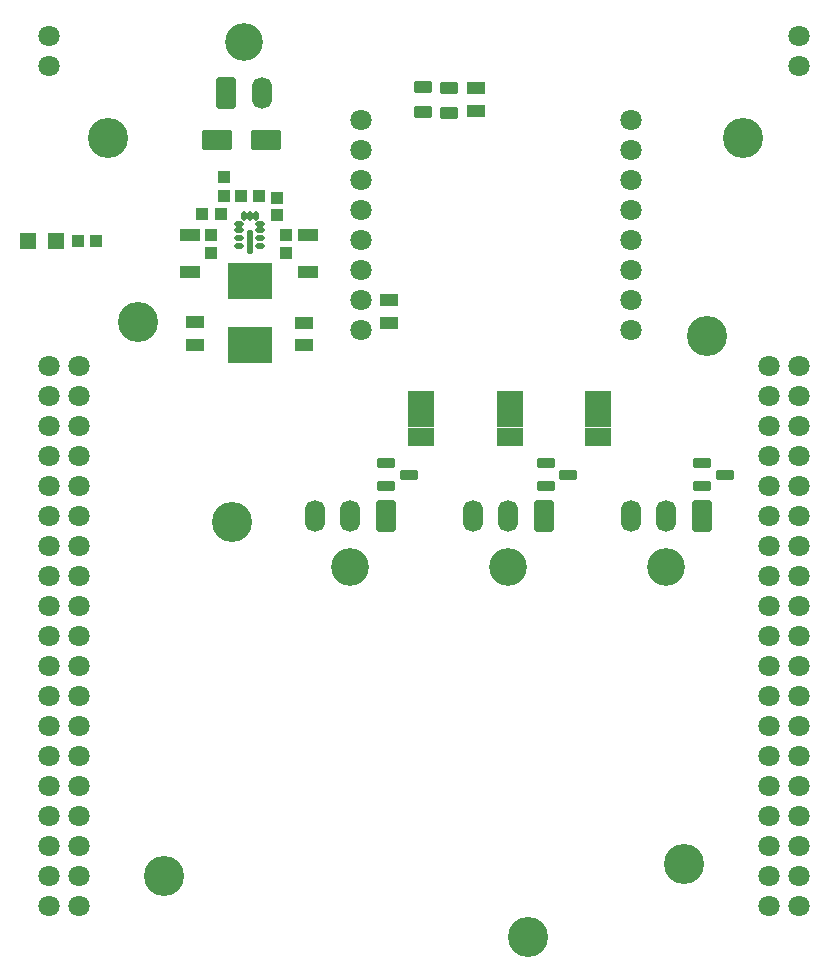
<source format=gbr>
%TF.GenerationSoftware,Altium Limited,Altium Designer,20.1.14 (287)*%
G04 Layer_Color=32768*
%FSLAX44Y44*%
%MOMM*%
%TF.SameCoordinates,63771276-D6CB-4F8E-99AF-54020A414098*%
%TF.FilePolarity,Negative*%
%TF.FileFunction,Soldermask,Top*%
%TF.Part,Single*%
G01*
G75*
%TA.AperFunction,ComponentPad*%
%ADD40C,3.2000*%
%ADD41O,1.7000X2.7000*%
G04:AMPARAMS|DCode=42|XSize=2.7mm|YSize=1.7mm|CornerRadius=0.25mm|HoleSize=0mm|Usage=FLASHONLY|Rotation=270.000|XOffset=0mm|YOffset=0mm|HoleType=Round|Shape=RoundedRectangle|*
%AMROUNDEDRECTD42*
21,1,2.7000,1.2000,0,0,270.0*
21,1,2.2000,1.7000,0,0,270.0*
1,1,0.5000,-0.6000,-1.1000*
1,1,0.5000,-0.6000,1.1000*
1,1,0.5000,0.6000,1.1000*
1,1,0.5000,0.6000,-1.1000*
%
%ADD42ROUNDEDRECTD42*%
%ADD43C,1.8000*%
%TA.AperFunction,WasherPad*%
%ADD44C,3.4000*%
%TA.AperFunction,SMDPad,CuDef*%
%ADD54R,1.0000X1.0000*%
%ADD55R,1.8000X1.1000*%
G04:AMPARAMS|DCode=56|XSize=0.45mm|YSize=0.8mm|CornerRadius=0.125mm|HoleSize=0mm|Usage=FLASHONLY|Rotation=270.000|XOffset=0mm|YOffset=0mm|HoleType=Round|Shape=RoundedRectangle|*
%AMROUNDEDRECTD56*
21,1,0.4500,0.5500,0,0,270.0*
21,1,0.2000,0.8000,0,0,270.0*
1,1,0.2500,-0.2750,-0.1000*
1,1,0.2500,-0.2750,0.1000*
1,1,0.2500,0.2750,0.1000*
1,1,0.2500,0.2750,-0.1000*
%
%ADD56ROUNDEDRECTD56*%
G04:AMPARAMS|DCode=57|XSize=0.45mm|YSize=2.025mm|CornerRadius=0.125mm|HoleSize=0mm|Usage=FLASHONLY|Rotation=180.000|XOffset=0mm|YOffset=0mm|HoleType=Round|Shape=RoundedRectangle|*
%AMROUNDEDRECTD57*
21,1,0.4500,1.7750,0,0,180.0*
21,1,0.2000,2.0250,0,0,180.0*
1,1,0.2500,-0.1000,0.8875*
1,1,0.2500,0.1000,0.8875*
1,1,0.2500,0.1000,-0.8875*
1,1,0.2500,-0.1000,-0.8875*
%
%ADD57ROUNDEDRECTD57*%
G04:AMPARAMS|DCode=58|XSize=0.45mm|YSize=0.8mm|CornerRadius=0.125mm|HoleSize=0mm|Usage=FLASHONLY|Rotation=180.000|XOffset=0mm|YOffset=0mm|HoleType=Round|Shape=RoundedRectangle|*
%AMROUNDEDRECTD58*
21,1,0.4500,0.5500,0,0,180.0*
21,1,0.2000,0.8000,0,0,180.0*
1,1,0.2500,-0.1000,0.2750*
1,1,0.2500,0.1000,0.2750*
1,1,0.2500,0.1000,-0.2750*
1,1,0.2500,-0.1000,-0.2750*
%
%ADD58ROUNDEDRECTD58*%
G04:AMPARAMS|DCode=59|XSize=1.5mm|YSize=1.1mm|CornerRadius=0.19mm|HoleSize=0mm|Usage=FLASHONLY|Rotation=0.000|XOffset=0mm|YOffset=0mm|HoleType=Round|Shape=RoundedRectangle|*
%AMROUNDEDRECTD59*
21,1,1.5000,0.7200,0,0,0.0*
21,1,1.1200,1.1000,0,0,0.0*
1,1,0.3800,0.5600,-0.3600*
1,1,0.3800,-0.5600,-0.3600*
1,1,0.3800,-0.5600,0.3600*
1,1,0.3800,0.5600,0.3600*
%
%ADD59ROUNDEDRECTD59*%
%ADD60R,1.5000X1.1000*%
G04:AMPARAMS|DCode=61|XSize=0.8mm|YSize=1.6mm|CornerRadius=0.16mm|HoleSize=0mm|Usage=FLASHONLY|Rotation=90.000|XOffset=0mm|YOffset=0mm|HoleType=Round|Shape=RoundedRectangle|*
%AMROUNDEDRECTD61*
21,1,0.8000,1.2800,0,0,90.0*
21,1,0.4800,1.6000,0,0,90.0*
1,1,0.3200,0.6400,0.2400*
1,1,0.3200,0.6400,-0.2400*
1,1,0.3200,-0.6400,-0.2400*
1,1,0.3200,-0.6400,0.2400*
%
%ADD61ROUNDEDRECTD61*%
G04:AMPARAMS|DCode=62|XSize=1.75mm|YSize=2.55mm|CornerRadius=0.255mm|HoleSize=0mm|Usage=FLASHONLY|Rotation=270.000|XOffset=0mm|YOffset=0mm|HoleType=Round|Shape=RoundedRectangle|*
%AMROUNDEDRECTD62*
21,1,1.7500,2.0400,0,0,270.0*
21,1,1.2400,2.5500,0,0,270.0*
1,1,0.5100,-1.0200,-0.6200*
1,1,0.5100,-1.0200,0.6200*
1,1,0.5100,1.0200,0.6200*
1,1,0.5100,1.0200,-0.6200*
%
%ADD62ROUNDEDRECTD62*%
%ADD63R,2.2000X1.5000*%
%ADD64R,1.0000X1.0000*%
%ADD65R,1.4000X1.4500*%
%ADD66R,3.7000X3.1500*%
D40*
X255000Y287000D02*
D03*
X388833D02*
D03*
X522667D02*
D03*
X164999Y731203D02*
D03*
D41*
X224999Y330203D02*
D03*
X254999D02*
D03*
X358833D02*
D03*
X388833D02*
D03*
X492666D02*
D03*
X522666D02*
D03*
X180000Y688000D02*
D03*
D42*
X284999Y330203D02*
D03*
X418833D02*
D03*
X552666D02*
D03*
X150000Y688000D02*
D03*
D43*
X492500Y665000D02*
D03*
Y639600D02*
D03*
Y614200D02*
D03*
Y588800D02*
D03*
Y563400D02*
D03*
Y538000D02*
D03*
Y512600D02*
D03*
Y487200D02*
D03*
X263900D02*
D03*
Y512600D02*
D03*
Y538000D02*
D03*
Y563400D02*
D03*
Y588800D02*
D03*
Y614200D02*
D03*
Y665000D02*
D03*
Y639600D02*
D03*
X-400Y711200D02*
D03*
Y736600D02*
D03*
X634600Y711200D02*
D03*
Y736600D02*
D03*
X609200Y0D02*
D03*
X634600Y457200D02*
D03*
Y431800D02*
D03*
Y406400D02*
D03*
Y381000D02*
D03*
Y355600D02*
D03*
Y330200D02*
D03*
Y304800D02*
D03*
Y279400D02*
D03*
Y254000D02*
D03*
Y228600D02*
D03*
Y203200D02*
D03*
Y177800D02*
D03*
Y152400D02*
D03*
Y127000D02*
D03*
Y101600D02*
D03*
Y76200D02*
D03*
Y50800D02*
D03*
Y25400D02*
D03*
Y0D02*
D03*
X609200Y457200D02*
D03*
Y431800D02*
D03*
Y406400D02*
D03*
Y381000D02*
D03*
Y355600D02*
D03*
Y330200D02*
D03*
Y304800D02*
D03*
Y279400D02*
D03*
Y254000D02*
D03*
Y228600D02*
D03*
Y203200D02*
D03*
Y177800D02*
D03*
Y152400D02*
D03*
Y127000D02*
D03*
Y101600D02*
D03*
Y76200D02*
D03*
Y50800D02*
D03*
Y25400D02*
D03*
X25000Y457200D02*
D03*
Y431800D02*
D03*
Y406400D02*
D03*
Y381000D02*
D03*
Y355600D02*
D03*
Y330200D02*
D03*
Y304800D02*
D03*
Y279400D02*
D03*
Y254000D02*
D03*
Y228600D02*
D03*
Y203200D02*
D03*
Y177800D02*
D03*
Y152400D02*
D03*
Y127000D02*
D03*
Y101600D02*
D03*
Y76200D02*
D03*
Y50800D02*
D03*
Y25400D02*
D03*
Y0D02*
D03*
X-400Y457200D02*
D03*
Y431800D02*
D03*
Y406400D02*
D03*
Y381000D02*
D03*
Y355600D02*
D03*
Y330200D02*
D03*
Y304800D02*
D03*
Y279400D02*
D03*
Y254000D02*
D03*
Y228600D02*
D03*
Y203200D02*
D03*
Y177800D02*
D03*
Y152400D02*
D03*
Y127000D02*
D03*
Y101600D02*
D03*
Y76200D02*
D03*
Y50800D02*
D03*
Y25400D02*
D03*
Y0D02*
D03*
D44*
X154510Y325000D02*
D03*
X587500Y650000D02*
D03*
X50000D02*
D03*
X537500Y35000D02*
D03*
X75114Y494514D02*
D03*
X405313Y-26186D02*
D03*
X557500Y482500D02*
D03*
X97500Y25000D02*
D03*
D54*
X200509Y567851D02*
D03*
Y552851D02*
D03*
X137000D02*
D03*
Y567851D02*
D03*
X148000Y601054D02*
D03*
Y617054D02*
D03*
X193000Y584500D02*
D03*
Y599500D02*
D03*
D55*
X119000Y536500D02*
D03*
Y567500D02*
D03*
X219000Y536500D02*
D03*
Y567500D02*
D03*
D56*
X161000Y565250D02*
D03*
Y571750D02*
D03*
Y558750D02*
D03*
Y576750D02*
D03*
X179000Y576750D02*
D03*
Y571750D02*
D03*
Y565250D02*
D03*
Y558750D02*
D03*
D57*
X170000Y562120D02*
D03*
D58*
X165000Y584000D02*
D03*
X170000D02*
D03*
X175000D02*
D03*
D59*
X316250Y671749D02*
D03*
Y692749D02*
D03*
X338750Y692500D02*
D03*
Y671500D02*
D03*
D60*
X361250Y673000D02*
D03*
Y692000D02*
D03*
X124000Y493750D02*
D03*
Y474750D02*
D03*
X216000Y474500D02*
D03*
Y493500D02*
D03*
X288000D02*
D03*
Y512500D02*
D03*
D61*
X285500Y374500D02*
D03*
Y355500D02*
D03*
X304500Y365000D02*
D03*
X420500Y374500D02*
D03*
Y355500D02*
D03*
X439500Y365000D02*
D03*
X553000Y374500D02*
D03*
Y355500D02*
D03*
X572000Y365000D02*
D03*
D62*
X184000Y648000D02*
D03*
X142000D02*
D03*
D63*
X315000Y428500D02*
D03*
Y396500D02*
D03*
Y412500D02*
D03*
X390000Y428500D02*
D03*
Y396500D02*
D03*
Y412500D02*
D03*
X465000Y428500D02*
D03*
Y396500D02*
D03*
Y412500D02*
D03*
D64*
X145611Y586000D02*
D03*
X129611D02*
D03*
X162500Y601000D02*
D03*
X177500D02*
D03*
X40178Y563000D02*
D03*
X24178D02*
D03*
D65*
X-17787D02*
D03*
X6213D02*
D03*
D66*
X170000Y474750D02*
D03*
Y529250D02*
D03*
%TF.MD5,9a6cb561f2e4ab9ca22d01e9a9f9246e*%
M02*

</source>
